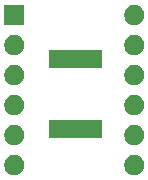
<source format=gbr>
G04 #@! TF.GenerationSoftware,KiCad,Pcbnew,(5.1.5)-3*
G04 #@! TF.CreationDate,2020-05-06T05:02:29-04:00*
G04 #@! TF.ProjectId,pi1541translator,70693135-3431-4747-9261-6e736c61746f,rev?*
G04 #@! TF.SameCoordinates,Original*
G04 #@! TF.FileFunction,Soldermask,Top*
G04 #@! TF.FilePolarity,Negative*
%FSLAX46Y46*%
G04 Gerber Fmt 4.6, Leading zero omitted, Abs format (unit mm)*
G04 Created by KiCad (PCBNEW (5.1.5)-3) date 2020-05-06 05:02:29*
%MOMM*%
%LPD*%
G04 APERTURE LIST*
%ADD10C,0.100000*%
G04 APERTURE END LIST*
D10*
G36*
X144516729Y-54867704D02*
G01*
X144671601Y-54931854D01*
X144810982Y-55024986D01*
X144929516Y-55143520D01*
X145022648Y-55282901D01*
X145086798Y-55437773D01*
X145119501Y-55602185D01*
X145119501Y-55769817D01*
X145086798Y-55934229D01*
X145022648Y-56089101D01*
X144929516Y-56228482D01*
X144810982Y-56347016D01*
X144671601Y-56440148D01*
X144516729Y-56504298D01*
X144352317Y-56537001D01*
X144184685Y-56537001D01*
X144020273Y-56504298D01*
X143865401Y-56440148D01*
X143726020Y-56347016D01*
X143607486Y-56228482D01*
X143514354Y-56089101D01*
X143450204Y-55934229D01*
X143417501Y-55769817D01*
X143417501Y-55602185D01*
X143450204Y-55437773D01*
X143514354Y-55282901D01*
X143607486Y-55143520D01*
X143726020Y-55024986D01*
X143865401Y-54931854D01*
X144020273Y-54867704D01*
X144184685Y-54835001D01*
X144352317Y-54835001D01*
X144516729Y-54867704D01*
G37*
G36*
X154676729Y-54867704D02*
G01*
X154831601Y-54931854D01*
X154970982Y-55024986D01*
X155089516Y-55143520D01*
X155182648Y-55282901D01*
X155246798Y-55437773D01*
X155279501Y-55602185D01*
X155279501Y-55769817D01*
X155246798Y-55934229D01*
X155182648Y-56089101D01*
X155089516Y-56228482D01*
X154970982Y-56347016D01*
X154831601Y-56440148D01*
X154676729Y-56504298D01*
X154512317Y-56537001D01*
X154344685Y-56537001D01*
X154180273Y-56504298D01*
X154025401Y-56440148D01*
X153886020Y-56347016D01*
X153767486Y-56228482D01*
X153674354Y-56089101D01*
X153610204Y-55934229D01*
X153577501Y-55769817D01*
X153577501Y-55602185D01*
X153610204Y-55437773D01*
X153674354Y-55282901D01*
X153767486Y-55143520D01*
X153886020Y-55024986D01*
X154025401Y-54931854D01*
X154180273Y-54867704D01*
X154344685Y-54835001D01*
X154512317Y-54835001D01*
X154676729Y-54867704D01*
G37*
G36*
X154676729Y-52327704D02*
G01*
X154831601Y-52391854D01*
X154970982Y-52484986D01*
X155089516Y-52603520D01*
X155182648Y-52742901D01*
X155246798Y-52897773D01*
X155279501Y-53062185D01*
X155279501Y-53229817D01*
X155246798Y-53394229D01*
X155182648Y-53549101D01*
X155089516Y-53688482D01*
X154970982Y-53807016D01*
X154831601Y-53900148D01*
X154676729Y-53964298D01*
X154512317Y-53997001D01*
X154344685Y-53997001D01*
X154180273Y-53964298D01*
X154025401Y-53900148D01*
X153886020Y-53807016D01*
X153767486Y-53688482D01*
X153674354Y-53549101D01*
X153610204Y-53394229D01*
X153577501Y-53229817D01*
X153577501Y-53062185D01*
X153610204Y-52897773D01*
X153674354Y-52742901D01*
X153767486Y-52603520D01*
X153886020Y-52484986D01*
X154025401Y-52391854D01*
X154180273Y-52327704D01*
X154344685Y-52295001D01*
X154512317Y-52295001D01*
X154676729Y-52327704D01*
G37*
G36*
X144516729Y-52327704D02*
G01*
X144671601Y-52391854D01*
X144810982Y-52484986D01*
X144929516Y-52603520D01*
X145022648Y-52742901D01*
X145086798Y-52897773D01*
X145119501Y-53062185D01*
X145119501Y-53229817D01*
X145086798Y-53394229D01*
X145022648Y-53549101D01*
X144929516Y-53688482D01*
X144810982Y-53807016D01*
X144671601Y-53900148D01*
X144516729Y-53964298D01*
X144352317Y-53997001D01*
X144184685Y-53997001D01*
X144020273Y-53964298D01*
X143865401Y-53900148D01*
X143726020Y-53807016D01*
X143607486Y-53688482D01*
X143514354Y-53549101D01*
X143450204Y-53394229D01*
X143417501Y-53229817D01*
X143417501Y-53062185D01*
X143450204Y-52897773D01*
X143514354Y-52742901D01*
X143607486Y-52603520D01*
X143726020Y-52484986D01*
X143865401Y-52391854D01*
X144020273Y-52327704D01*
X144184685Y-52295001D01*
X144352317Y-52295001D01*
X144516729Y-52327704D01*
G37*
G36*
X151705000Y-53383000D02*
G01*
X147253000Y-53383000D01*
X147253000Y-51831000D01*
X151705000Y-51831000D01*
X151705000Y-53383000D01*
G37*
G36*
X154676729Y-49787704D02*
G01*
X154831601Y-49851854D01*
X154970982Y-49944986D01*
X155089516Y-50063520D01*
X155182648Y-50202901D01*
X155246798Y-50357773D01*
X155279501Y-50522185D01*
X155279501Y-50689817D01*
X155246798Y-50854229D01*
X155182648Y-51009101D01*
X155089516Y-51148482D01*
X154970982Y-51267016D01*
X154831601Y-51360148D01*
X154676729Y-51424298D01*
X154512317Y-51457001D01*
X154344685Y-51457001D01*
X154180273Y-51424298D01*
X154025401Y-51360148D01*
X153886020Y-51267016D01*
X153767486Y-51148482D01*
X153674354Y-51009101D01*
X153610204Y-50854229D01*
X153577501Y-50689817D01*
X153577501Y-50522185D01*
X153610204Y-50357773D01*
X153674354Y-50202901D01*
X153767486Y-50063520D01*
X153886020Y-49944986D01*
X154025401Y-49851854D01*
X154180273Y-49787704D01*
X154344685Y-49755001D01*
X154512317Y-49755001D01*
X154676729Y-49787704D01*
G37*
G36*
X144516729Y-49787704D02*
G01*
X144671601Y-49851854D01*
X144810982Y-49944986D01*
X144929516Y-50063520D01*
X145022648Y-50202901D01*
X145086798Y-50357773D01*
X145119501Y-50522185D01*
X145119501Y-50689817D01*
X145086798Y-50854229D01*
X145022648Y-51009101D01*
X144929516Y-51148482D01*
X144810982Y-51267016D01*
X144671601Y-51360148D01*
X144516729Y-51424298D01*
X144352317Y-51457001D01*
X144184685Y-51457001D01*
X144020273Y-51424298D01*
X143865401Y-51360148D01*
X143726020Y-51267016D01*
X143607486Y-51148482D01*
X143514354Y-51009101D01*
X143450204Y-50854229D01*
X143417501Y-50689817D01*
X143417501Y-50522185D01*
X143450204Y-50357773D01*
X143514354Y-50202901D01*
X143607486Y-50063520D01*
X143726020Y-49944986D01*
X143865401Y-49851854D01*
X144020273Y-49787704D01*
X144184685Y-49755001D01*
X144352317Y-49755001D01*
X144516729Y-49787704D01*
G37*
G36*
X144516729Y-47247704D02*
G01*
X144671601Y-47311854D01*
X144810982Y-47404986D01*
X144929516Y-47523520D01*
X145022648Y-47662901D01*
X145086798Y-47817773D01*
X145119501Y-47982185D01*
X145119501Y-48149817D01*
X145086798Y-48314229D01*
X145022648Y-48469101D01*
X144929516Y-48608482D01*
X144810982Y-48727016D01*
X144671601Y-48820148D01*
X144516729Y-48884298D01*
X144352317Y-48917001D01*
X144184685Y-48917001D01*
X144020273Y-48884298D01*
X143865401Y-48820148D01*
X143726020Y-48727016D01*
X143607486Y-48608482D01*
X143514354Y-48469101D01*
X143450204Y-48314229D01*
X143417501Y-48149817D01*
X143417501Y-47982185D01*
X143450204Y-47817773D01*
X143514354Y-47662901D01*
X143607486Y-47523520D01*
X143726020Y-47404986D01*
X143865401Y-47311854D01*
X144020273Y-47247704D01*
X144184685Y-47215001D01*
X144352317Y-47215001D01*
X144516729Y-47247704D01*
G37*
G36*
X154676729Y-47247704D02*
G01*
X154831601Y-47311854D01*
X154970982Y-47404986D01*
X155089516Y-47523520D01*
X155182648Y-47662901D01*
X155246798Y-47817773D01*
X155279501Y-47982185D01*
X155279501Y-48149817D01*
X155246798Y-48314229D01*
X155182648Y-48469101D01*
X155089516Y-48608482D01*
X154970982Y-48727016D01*
X154831601Y-48820148D01*
X154676729Y-48884298D01*
X154512317Y-48917001D01*
X154344685Y-48917001D01*
X154180273Y-48884298D01*
X154025401Y-48820148D01*
X153886020Y-48727016D01*
X153767486Y-48608482D01*
X153674354Y-48469101D01*
X153610204Y-48314229D01*
X153577501Y-48149817D01*
X153577501Y-47982185D01*
X153610204Y-47817773D01*
X153674354Y-47662901D01*
X153767486Y-47523520D01*
X153886020Y-47404986D01*
X154025401Y-47311854D01*
X154180273Y-47247704D01*
X154344685Y-47215001D01*
X154512317Y-47215001D01*
X154676729Y-47247704D01*
G37*
G36*
X151705000Y-47483000D02*
G01*
X147253000Y-47483000D01*
X147253000Y-45931000D01*
X151705000Y-45931000D01*
X151705000Y-47483000D01*
G37*
G36*
X144516729Y-44707704D02*
G01*
X144671601Y-44771854D01*
X144810982Y-44864986D01*
X144929516Y-44983520D01*
X145022648Y-45122901D01*
X145086798Y-45277773D01*
X145119501Y-45442185D01*
X145119501Y-45609817D01*
X145086798Y-45774229D01*
X145022648Y-45929101D01*
X144929516Y-46068482D01*
X144810982Y-46187016D01*
X144671601Y-46280148D01*
X144516729Y-46344298D01*
X144352317Y-46377001D01*
X144184685Y-46377001D01*
X144020273Y-46344298D01*
X143865401Y-46280148D01*
X143726020Y-46187016D01*
X143607486Y-46068482D01*
X143514354Y-45929101D01*
X143450204Y-45774229D01*
X143417501Y-45609817D01*
X143417501Y-45442185D01*
X143450204Y-45277773D01*
X143514354Y-45122901D01*
X143607486Y-44983520D01*
X143726020Y-44864986D01*
X143865401Y-44771854D01*
X144020273Y-44707704D01*
X144184685Y-44675001D01*
X144352317Y-44675001D01*
X144516729Y-44707704D01*
G37*
G36*
X154676729Y-44707704D02*
G01*
X154831601Y-44771854D01*
X154970982Y-44864986D01*
X155089516Y-44983520D01*
X155182648Y-45122901D01*
X155246798Y-45277773D01*
X155279501Y-45442185D01*
X155279501Y-45609817D01*
X155246798Y-45774229D01*
X155182648Y-45929101D01*
X155089516Y-46068482D01*
X154970982Y-46187016D01*
X154831601Y-46280148D01*
X154676729Y-46344298D01*
X154512317Y-46377001D01*
X154344685Y-46377001D01*
X154180273Y-46344298D01*
X154025401Y-46280148D01*
X153886020Y-46187016D01*
X153767486Y-46068482D01*
X153674354Y-45929101D01*
X153610204Y-45774229D01*
X153577501Y-45609817D01*
X153577501Y-45442185D01*
X153610204Y-45277773D01*
X153674354Y-45122901D01*
X153767486Y-44983520D01*
X153886020Y-44864986D01*
X154025401Y-44771854D01*
X154180273Y-44707704D01*
X154344685Y-44675001D01*
X154512317Y-44675001D01*
X154676729Y-44707704D01*
G37*
G36*
X154676729Y-42167704D02*
G01*
X154831601Y-42231854D01*
X154970982Y-42324986D01*
X155089516Y-42443520D01*
X155182648Y-42582901D01*
X155246798Y-42737773D01*
X155279501Y-42902185D01*
X155279501Y-43069817D01*
X155246798Y-43234229D01*
X155182648Y-43389101D01*
X155089516Y-43528482D01*
X154970982Y-43647016D01*
X154831601Y-43740148D01*
X154676729Y-43804298D01*
X154512317Y-43837001D01*
X154344685Y-43837001D01*
X154180273Y-43804298D01*
X154025401Y-43740148D01*
X153886020Y-43647016D01*
X153767486Y-43528482D01*
X153674354Y-43389101D01*
X153610204Y-43234229D01*
X153577501Y-43069817D01*
X153577501Y-42902185D01*
X153610204Y-42737773D01*
X153674354Y-42582901D01*
X153767486Y-42443520D01*
X153886020Y-42324986D01*
X154025401Y-42231854D01*
X154180273Y-42167704D01*
X154344685Y-42135001D01*
X154512317Y-42135001D01*
X154676729Y-42167704D01*
G37*
G36*
X145119501Y-43837001D02*
G01*
X143417501Y-43837001D01*
X143417501Y-42135001D01*
X145119501Y-42135001D01*
X145119501Y-43837001D01*
G37*
M02*

</source>
